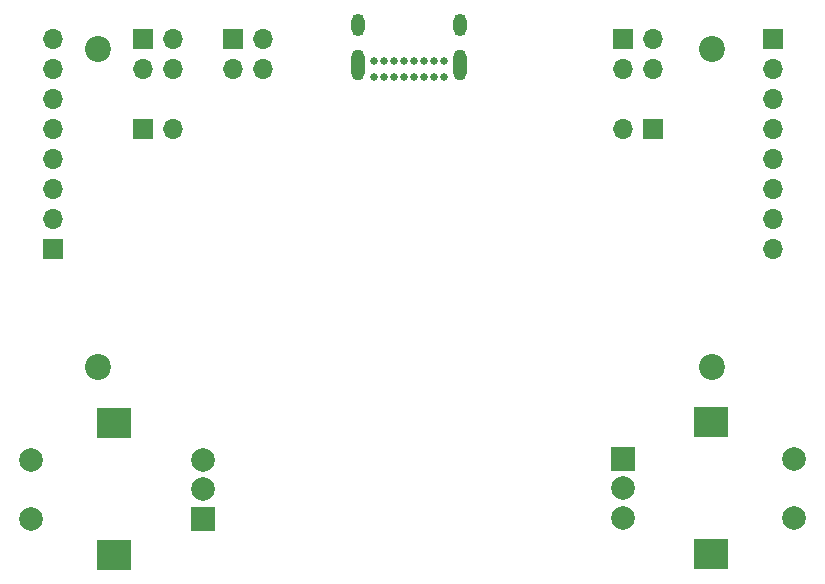
<source format=gbs>
%TF.GenerationSoftware,KiCad,Pcbnew,5.1.12-84ad8e8a86~92~ubuntu21.04.1*%
%TF.CreationDate,2021-11-23T21:41:36+01:00*%
%TF.ProjectId,main,6d61696e-2e6b-4696-9361-645f70636258,rev?*%
%TF.SameCoordinates,Original*%
%TF.FileFunction,Soldermask,Bot*%
%TF.FilePolarity,Negative*%
%FSLAX46Y46*%
G04 Gerber Fmt 4.6, Leading zero omitted, Abs format (unit mm)*
G04 Created by KiCad (PCBNEW 5.1.12-84ad8e8a86~92~ubuntu21.04.1) date 2021-11-23 21:41:36*
%MOMM*%
%LPD*%
G01*
G04 APERTURE LIST*
%ADD10C,2.200000*%
%ADD11O,1.117600X2.616200*%
%ADD12O,1.117600X1.905000*%
%ADD13C,0.660400*%
%ADD14C,2.000000*%
%ADD15R,3.000000X2.500000*%
%ADD16R,2.000000X2.000000*%
%ADD17O,1.700000X1.700000*%
%ADD18R,1.700000X1.700000*%
G04 APERTURE END LIST*
D10*
%TO.C,REF\u002A\u002A*%
X147250000Y-149750000D03*
%TD*%
%TO.C,REF\u002A\u002A*%
X95250000Y-149750000D03*
%TD*%
%TO.C,REF\u002A\u002A*%
X95250000Y-122750000D03*
%TD*%
%TO.C,REF\u002A\u002A*%
X147250000Y-122750000D03*
%TD*%
D11*
%TO.C,J4*%
X117276971Y-124140000D03*
X125926956Y-124139999D03*
D12*
X117276971Y-120755000D03*
X125926941Y-120755000D03*
D13*
X118626955Y-123770000D03*
X119476956Y-123770000D03*
X120326954Y-123770000D03*
X121176955Y-123770000D03*
X122026956Y-123770000D03*
X122876957Y-123770000D03*
X123726955Y-123770000D03*
X124576956Y-123770000D03*
X118626955Y-125120000D03*
X119476956Y-125120000D03*
X120326954Y-125120000D03*
X121176955Y-125120000D03*
X122026956Y-125120000D03*
X122876957Y-125120000D03*
X123726955Y-125120000D03*
X124576956Y-125120000D03*
%TD*%
D14*
%TO.C,SW3*%
X154200000Y-162480000D03*
X154200000Y-157480000D03*
D15*
X147200000Y-165580000D03*
X147200000Y-154380000D03*
D14*
X139700000Y-162480000D03*
X139700000Y-159980000D03*
D16*
X139700000Y-157480000D03*
%TD*%
D17*
%TO.C,JP2*%
X101600000Y-129540000D03*
D18*
X99060000Y-129540000D03*
%TD*%
D17*
%TO.C,JP1*%
X139700000Y-129540000D03*
D18*
X142240000Y-129540000D03*
%TD*%
D14*
%TO.C,SW2*%
X89640000Y-157560000D03*
X89640000Y-162560000D03*
D15*
X96640000Y-154460000D03*
X96640000Y-165660000D03*
D14*
X104140000Y-157560000D03*
X104140000Y-160060000D03*
D16*
X104140000Y-162560000D03*
%TD*%
D17*
%TO.C,J7*%
X109220000Y-124460000D03*
X106680000Y-124460000D03*
X109220000Y-121920000D03*
D18*
X106680000Y-121920000D03*
%TD*%
D17*
%TO.C,J6*%
X101600000Y-124460000D03*
X99060000Y-124460000D03*
X101600000Y-121920000D03*
D18*
X99060000Y-121920000D03*
%TD*%
D17*
%TO.C,J5*%
X142240000Y-124460000D03*
X139700000Y-124460000D03*
X142240000Y-121920000D03*
D18*
X139700000Y-121920000D03*
%TD*%
D17*
%TO.C,J3*%
X152400000Y-139700000D03*
X152400000Y-137160000D03*
X152400000Y-134620000D03*
X152400000Y-132080000D03*
X152400000Y-129540000D03*
X152400000Y-127000000D03*
X152400000Y-124460000D03*
D18*
X152400000Y-121920000D03*
%TD*%
D17*
%TO.C,J1*%
X91440000Y-121920000D03*
X91440000Y-124460000D03*
X91440000Y-127000000D03*
X91440000Y-129540000D03*
X91440000Y-132080000D03*
X91440000Y-134620000D03*
X91440000Y-137160000D03*
D18*
X91440000Y-139700000D03*
%TD*%
M02*

</source>
